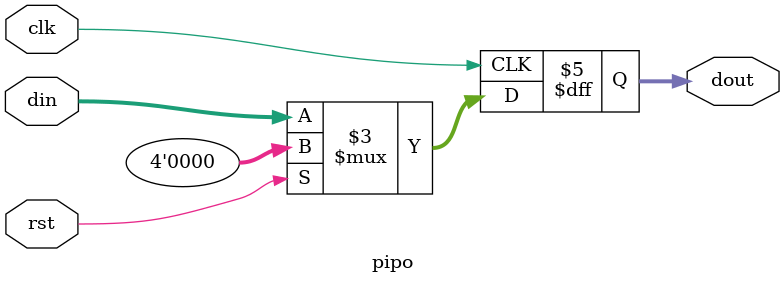
<source format=v>
module pipo(clk,rst,din,dout);

	input clk,rst;
	input [3:0] din;
	output reg [3:0] dout;
	
	always@(posedge clk)
	begin
	
		if(rst)
			dout <= 4'b0000;
		else
			dout <= din;
			
	end

endmodule	

</source>
